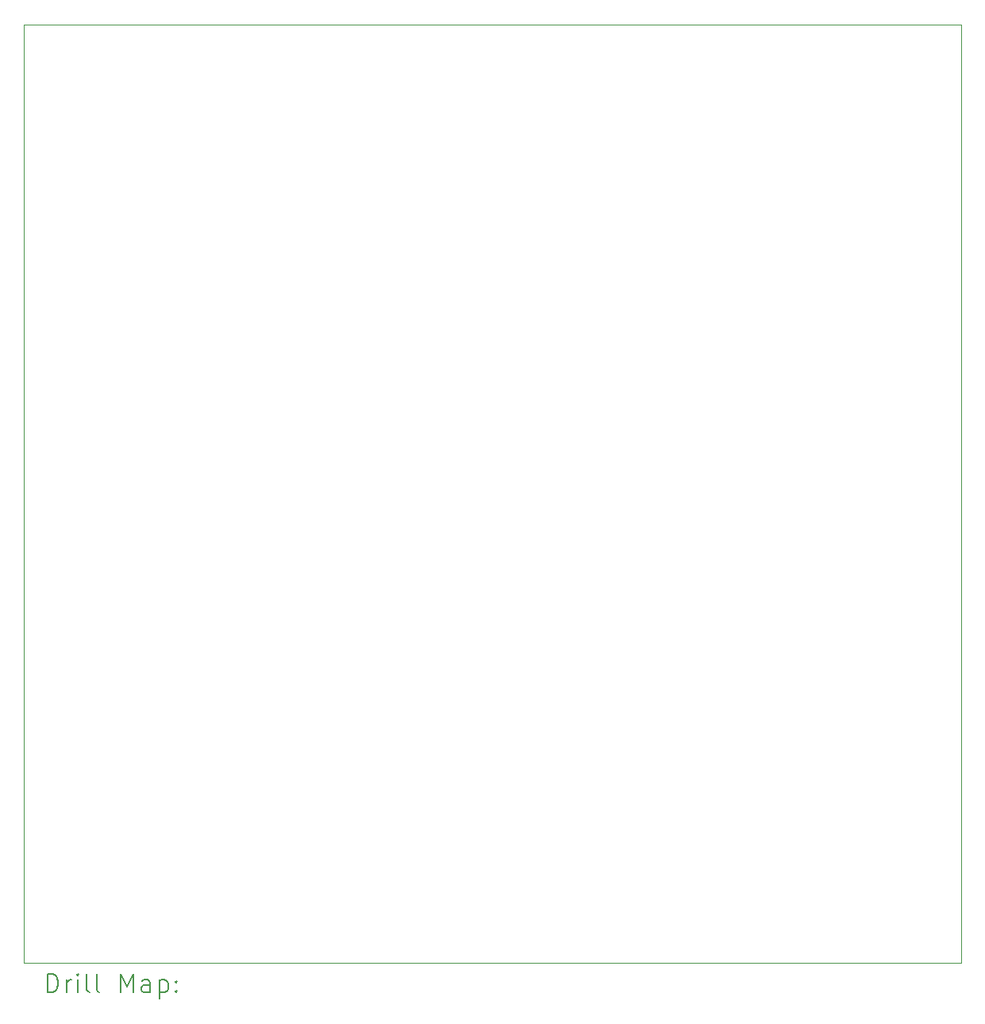
<source format=gbr>
%TF.GenerationSoftware,KiCad,Pcbnew,(6.0.7)*%
%TF.CreationDate,2022-08-28T03:54:29+08:00*%
%TF.ProjectId,6_1k,365f316b-2e6b-4696-9361-645f70636258,rev?*%
%TF.SameCoordinates,Original*%
%TF.FileFunction,Drillmap*%
%TF.FilePolarity,Positive*%
%FSLAX45Y45*%
G04 Gerber Fmt 4.5, Leading zero omitted, Abs format (unit mm)*
G04 Created by KiCad (PCBNEW (6.0.7)) date 2022-08-28 03:54:29*
%MOMM*%
%LPD*%
G01*
G04 APERTURE LIST*
%ADD10C,0.100000*%
%ADD11C,0.200000*%
G04 APERTURE END LIST*
D10*
X3383260Y-4919980D02*
X13383260Y-4919980D01*
X13383260Y-4919980D02*
X13383260Y-14919980D01*
X13383260Y-14919980D02*
X3383260Y-14919980D01*
X3383260Y-14919980D02*
X3383260Y-4919980D01*
D11*
X3635879Y-15235456D02*
X3635879Y-15035456D01*
X3683498Y-15035456D01*
X3712069Y-15044980D01*
X3731117Y-15064028D01*
X3740641Y-15083075D01*
X3750165Y-15121170D01*
X3750165Y-15149742D01*
X3740641Y-15187837D01*
X3731117Y-15206885D01*
X3712069Y-15225932D01*
X3683498Y-15235456D01*
X3635879Y-15235456D01*
X3835879Y-15235456D02*
X3835879Y-15102123D01*
X3835879Y-15140218D02*
X3845403Y-15121170D01*
X3854927Y-15111647D01*
X3873974Y-15102123D01*
X3893022Y-15102123D01*
X3959688Y-15235456D02*
X3959688Y-15102123D01*
X3959688Y-15035456D02*
X3950165Y-15044980D01*
X3959688Y-15054504D01*
X3969212Y-15044980D01*
X3959688Y-15035456D01*
X3959688Y-15054504D01*
X4083498Y-15235456D02*
X4064450Y-15225932D01*
X4054927Y-15206885D01*
X4054927Y-15035456D01*
X4188260Y-15235456D02*
X4169212Y-15225932D01*
X4159688Y-15206885D01*
X4159688Y-15035456D01*
X4416831Y-15235456D02*
X4416831Y-15035456D01*
X4483498Y-15178313D01*
X4550165Y-15035456D01*
X4550165Y-15235456D01*
X4731117Y-15235456D02*
X4731117Y-15130694D01*
X4721593Y-15111647D01*
X4702546Y-15102123D01*
X4664450Y-15102123D01*
X4645403Y-15111647D01*
X4731117Y-15225932D02*
X4712070Y-15235456D01*
X4664450Y-15235456D01*
X4645403Y-15225932D01*
X4635879Y-15206885D01*
X4635879Y-15187837D01*
X4645403Y-15168789D01*
X4664450Y-15159266D01*
X4712070Y-15159266D01*
X4731117Y-15149742D01*
X4826355Y-15102123D02*
X4826355Y-15302123D01*
X4826355Y-15111647D02*
X4845403Y-15102123D01*
X4883498Y-15102123D01*
X4902546Y-15111647D01*
X4912070Y-15121170D01*
X4921593Y-15140218D01*
X4921593Y-15197361D01*
X4912070Y-15216408D01*
X4902546Y-15225932D01*
X4883498Y-15235456D01*
X4845403Y-15235456D01*
X4826355Y-15225932D01*
X5007308Y-15216408D02*
X5016831Y-15225932D01*
X5007308Y-15235456D01*
X4997784Y-15225932D01*
X5007308Y-15216408D01*
X5007308Y-15235456D01*
X5007308Y-15111647D02*
X5016831Y-15121170D01*
X5007308Y-15130694D01*
X4997784Y-15121170D01*
X5007308Y-15111647D01*
X5007308Y-15130694D01*
M02*

</source>
